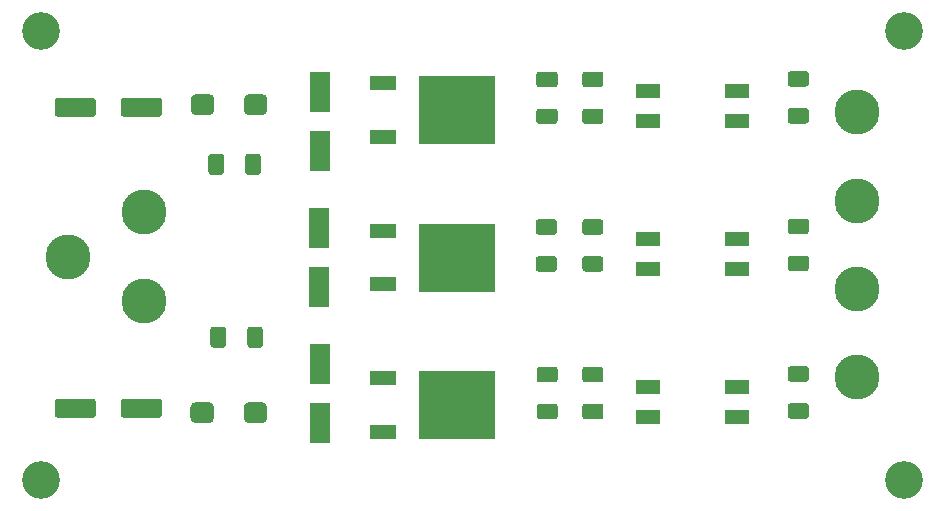
<source format=gbr>
%TF.GenerationSoftware,KiCad,Pcbnew,(5.1.8-0-10_14)*%
%TF.CreationDate,2022-04-27T14:31:31-05:00*%
%TF.ProjectId,PowerBoard,506f7765-7242-46f6-9172-642e6b696361,rev?*%
%TF.SameCoordinates,Original*%
%TF.FileFunction,Soldermask,Top*%
%TF.FilePolarity,Negative*%
%FSLAX46Y46*%
G04 Gerber Fmt 4.6, Leading zero omitted, Abs format (unit mm)*
G04 Created by KiCad (PCBNEW (5.1.8-0-10_14)) date 2022-04-27 14:31:31*
%MOMM*%
%LPD*%
G01*
G04 APERTURE LIST*
%ADD10C,3.800000*%
%ADD11C,3.200000*%
%ADD12R,6.400000X5.800000*%
%ADD13R,2.200000X1.200000*%
%ADD14R,2.000000X1.200000*%
%ADD15R,1.800000X3.500000*%
G04 APERTURE END LIST*
D10*
%TO.C,+15*%
X116408200Y-71992066D03*
%TD*%
D11*
%TO.C,H4*%
X47365800Y-95627400D03*
%TD*%
%TO.C,H3*%
X120365800Y-57627400D03*
%TD*%
%TO.C,H2*%
X120365800Y-95627400D03*
%TD*%
%TO.C,H1*%
X47365800Y-57627400D03*
%TD*%
D10*
%TO.C,GNDA*%
X116408200Y-79468132D03*
%TD*%
%TO.C,GND*%
X49580800Y-76720700D03*
%TD*%
%TO.C,-17*%
X56032400Y-80492600D03*
%TD*%
%TO.C,-15*%
X116408200Y-86944200D03*
%TD*%
%TO.C,+17*%
X56032400Y-72948800D03*
%TD*%
%TO.C,+9*%
X116408200Y-64516000D03*
%TD*%
%TO.C,L5*%
G36*
G01*
X64481200Y-90391400D02*
X64481200Y-89491400D01*
G75*
G02*
X64931200Y-89041400I450000J0D01*
G01*
X66031200Y-89041400D01*
G75*
G02*
X66481200Y-89491400I0J-450000D01*
G01*
X66481200Y-90391400D01*
G75*
G02*
X66031200Y-90841400I-450000J0D01*
G01*
X64931200Y-90841400D01*
G75*
G02*
X64481200Y-90391400I0J450000D01*
G01*
G37*
G36*
G01*
X59981200Y-90391400D02*
X59981200Y-89491400D01*
G75*
G02*
X60431200Y-89041400I450000J0D01*
G01*
X61531200Y-89041400D01*
G75*
G02*
X61981200Y-89491400I0J-450000D01*
G01*
X61981200Y-90391400D01*
G75*
G02*
X61531200Y-90841400I-450000J0D01*
G01*
X60431200Y-90841400D01*
G75*
G02*
X59981200Y-90391400I0J450000D01*
G01*
G37*
%TD*%
%TO.C,L4*%
G36*
G01*
X64506600Y-64305600D02*
X64506600Y-63405600D01*
G75*
G02*
X64956600Y-62955600I450000J0D01*
G01*
X66056600Y-62955600D01*
G75*
G02*
X66506600Y-63405600I0J-450000D01*
G01*
X66506600Y-64305600D01*
G75*
G02*
X66056600Y-64755600I-450000J0D01*
G01*
X64956600Y-64755600D01*
G75*
G02*
X64506600Y-64305600I0J450000D01*
G01*
G37*
G36*
G01*
X60006600Y-64305600D02*
X60006600Y-63405600D01*
G75*
G02*
X60456600Y-62955600I450000J0D01*
G01*
X61556600Y-62955600D01*
G75*
G02*
X62006600Y-63405600I0J-450000D01*
G01*
X62006600Y-64305600D01*
G75*
G02*
X61556600Y-64755600I-450000J0D01*
G01*
X60456600Y-64755600D01*
G75*
G02*
X60006600Y-64305600I0J450000D01*
G01*
G37*
%TD*%
D12*
%TO.C,U3*%
X82592600Y-64303400D03*
D13*
X76292600Y-66583400D03*
X76292600Y-62023400D03*
%TD*%
D12*
%TO.C,U2*%
X82592600Y-89290400D03*
D13*
X76292600Y-91570400D03*
X76292600Y-87010400D03*
%TD*%
D12*
%TO.C,U1*%
X82592600Y-76796900D03*
D13*
X76292600Y-79076900D03*
X76292600Y-74516900D03*
%TD*%
D14*
%TO.C,L3*%
X106239000Y-62732600D03*
X106239000Y-65272600D03*
X98739000Y-65272600D03*
X98739000Y-62732600D03*
%TD*%
%TO.C,L2*%
X106239000Y-87719600D03*
X106239000Y-90259600D03*
X98739000Y-90259600D03*
X98739000Y-87719600D03*
%TD*%
%TO.C,L1*%
X106239000Y-75226100D03*
X106239000Y-77766100D03*
X98739000Y-77766100D03*
X98739000Y-75226100D03*
%TD*%
D15*
%TO.C,D3*%
X70916800Y-67803400D03*
X70916800Y-62803400D03*
%TD*%
%TO.C,D2*%
X70967600Y-85790400D03*
X70967600Y-90790400D03*
%TD*%
%TO.C,D1*%
X70840600Y-79296900D03*
X70840600Y-74296900D03*
%TD*%
%TO.C,C13*%
G36*
G01*
X110805199Y-64132600D02*
X112105201Y-64132600D01*
G75*
G02*
X112355200Y-64382599I0J-249999D01*
G01*
X112355200Y-65207601D01*
G75*
G02*
X112105201Y-65457600I-249999J0D01*
G01*
X110805199Y-65457600D01*
G75*
G02*
X110555200Y-65207601I0J249999D01*
G01*
X110555200Y-64382599D01*
G75*
G02*
X110805199Y-64132600I249999J0D01*
G01*
G37*
G36*
G01*
X110805199Y-61007600D02*
X112105201Y-61007600D01*
G75*
G02*
X112355200Y-61257599I0J-249999D01*
G01*
X112355200Y-62082601D01*
G75*
G02*
X112105201Y-62332600I-249999J0D01*
G01*
X110805199Y-62332600D01*
G75*
G02*
X110555200Y-62082601I0J249999D01*
G01*
X110555200Y-61257599D01*
G75*
G02*
X110805199Y-61007600I249999J0D01*
G01*
G37*
%TD*%
%TO.C,C12*%
G36*
G01*
X93406199Y-64183400D02*
X94706201Y-64183400D01*
G75*
G02*
X94956200Y-64433399I0J-249999D01*
G01*
X94956200Y-65258401D01*
G75*
G02*
X94706201Y-65508400I-249999J0D01*
G01*
X93406199Y-65508400D01*
G75*
G02*
X93156200Y-65258401I0J249999D01*
G01*
X93156200Y-64433399D01*
G75*
G02*
X93406199Y-64183400I249999J0D01*
G01*
G37*
G36*
G01*
X93406199Y-61058400D02*
X94706201Y-61058400D01*
G75*
G02*
X94956200Y-61308399I0J-249999D01*
G01*
X94956200Y-62133401D01*
G75*
G02*
X94706201Y-62383400I-249999J0D01*
G01*
X93406199Y-62383400D01*
G75*
G02*
X93156200Y-62133401I0J249999D01*
G01*
X93156200Y-61308399D01*
G75*
G02*
X93406199Y-61058400I249999J0D01*
G01*
G37*
%TD*%
%TO.C,C11*%
G36*
G01*
X89519999Y-64183400D02*
X90820001Y-64183400D01*
G75*
G02*
X91070000Y-64433399I0J-249999D01*
G01*
X91070000Y-65258401D01*
G75*
G02*
X90820001Y-65508400I-249999J0D01*
G01*
X89519999Y-65508400D01*
G75*
G02*
X89270000Y-65258401I0J249999D01*
G01*
X89270000Y-64433399D01*
G75*
G02*
X89519999Y-64183400I249999J0D01*
G01*
G37*
G36*
G01*
X89519999Y-61058400D02*
X90820001Y-61058400D01*
G75*
G02*
X91070000Y-61308399I0J-249999D01*
G01*
X91070000Y-62133401D01*
G75*
G02*
X90820001Y-62383400I-249999J0D01*
G01*
X89519999Y-62383400D01*
G75*
G02*
X89270000Y-62133401I0J249999D01*
G01*
X89270000Y-61308399D01*
G75*
G02*
X89519999Y-61058400I249999J0D01*
G01*
G37*
%TD*%
%TO.C,C10*%
G36*
G01*
X110805199Y-89119600D02*
X112105201Y-89119600D01*
G75*
G02*
X112355200Y-89369599I0J-249999D01*
G01*
X112355200Y-90194601D01*
G75*
G02*
X112105201Y-90444600I-249999J0D01*
G01*
X110805199Y-90444600D01*
G75*
G02*
X110555200Y-90194601I0J249999D01*
G01*
X110555200Y-89369599D01*
G75*
G02*
X110805199Y-89119600I249999J0D01*
G01*
G37*
G36*
G01*
X110805199Y-85994600D02*
X112105201Y-85994600D01*
G75*
G02*
X112355200Y-86244599I0J-249999D01*
G01*
X112355200Y-87069601D01*
G75*
G02*
X112105201Y-87319600I-249999J0D01*
G01*
X110805199Y-87319600D01*
G75*
G02*
X110555200Y-87069601I0J249999D01*
G01*
X110555200Y-86244599D01*
G75*
G02*
X110805199Y-85994600I249999J0D01*
G01*
G37*
%TD*%
%TO.C,C9*%
G36*
G01*
X110805199Y-76626100D02*
X112105201Y-76626100D01*
G75*
G02*
X112355200Y-76876099I0J-249999D01*
G01*
X112355200Y-77701101D01*
G75*
G02*
X112105201Y-77951100I-249999J0D01*
G01*
X110805199Y-77951100D01*
G75*
G02*
X110555200Y-77701101I0J249999D01*
G01*
X110555200Y-76876099D01*
G75*
G02*
X110805199Y-76626100I249999J0D01*
G01*
G37*
G36*
G01*
X110805199Y-73501100D02*
X112105201Y-73501100D01*
G75*
G02*
X112355200Y-73751099I0J-249999D01*
G01*
X112355200Y-74576101D01*
G75*
G02*
X112105201Y-74826100I-249999J0D01*
G01*
X110805199Y-74826100D01*
G75*
G02*
X110555200Y-74576101I0J249999D01*
G01*
X110555200Y-73751099D01*
G75*
G02*
X110805199Y-73501100I249999J0D01*
G01*
G37*
%TD*%
%TO.C,C8*%
G36*
G01*
X93406199Y-89170400D02*
X94706201Y-89170400D01*
G75*
G02*
X94956200Y-89420399I0J-249999D01*
G01*
X94956200Y-90245401D01*
G75*
G02*
X94706201Y-90495400I-249999J0D01*
G01*
X93406199Y-90495400D01*
G75*
G02*
X93156200Y-90245401I0J249999D01*
G01*
X93156200Y-89420399D01*
G75*
G02*
X93406199Y-89170400I249999J0D01*
G01*
G37*
G36*
G01*
X93406199Y-86045400D02*
X94706201Y-86045400D01*
G75*
G02*
X94956200Y-86295399I0J-249999D01*
G01*
X94956200Y-87120401D01*
G75*
G02*
X94706201Y-87370400I-249999J0D01*
G01*
X93406199Y-87370400D01*
G75*
G02*
X93156200Y-87120401I0J249999D01*
G01*
X93156200Y-86295399D01*
G75*
G02*
X93406199Y-86045400I249999J0D01*
G01*
G37*
%TD*%
%TO.C,C7*%
G36*
G01*
X89469199Y-76676900D02*
X90769201Y-76676900D01*
G75*
G02*
X91019200Y-76926899I0J-249999D01*
G01*
X91019200Y-77751901D01*
G75*
G02*
X90769201Y-78001900I-249999J0D01*
G01*
X89469199Y-78001900D01*
G75*
G02*
X89219200Y-77751901I0J249999D01*
G01*
X89219200Y-76926899D01*
G75*
G02*
X89469199Y-76676900I249999J0D01*
G01*
G37*
G36*
G01*
X89469199Y-73551900D02*
X90769201Y-73551900D01*
G75*
G02*
X91019200Y-73801899I0J-249999D01*
G01*
X91019200Y-74626901D01*
G75*
G02*
X90769201Y-74876900I-249999J0D01*
G01*
X89469199Y-74876900D01*
G75*
G02*
X89219200Y-74626901I0J249999D01*
G01*
X89219200Y-73801899D01*
G75*
G02*
X89469199Y-73551900I249999J0D01*
G01*
G37*
%TD*%
%TO.C,C6*%
G36*
G01*
X89545399Y-89170400D02*
X90845401Y-89170400D01*
G75*
G02*
X91095400Y-89420399I0J-249999D01*
G01*
X91095400Y-90245401D01*
G75*
G02*
X90845401Y-90495400I-249999J0D01*
G01*
X89545399Y-90495400D01*
G75*
G02*
X89295400Y-90245401I0J249999D01*
G01*
X89295400Y-89420399D01*
G75*
G02*
X89545399Y-89170400I249999J0D01*
G01*
G37*
G36*
G01*
X89545399Y-86045400D02*
X90845401Y-86045400D01*
G75*
G02*
X91095400Y-86295399I0J-249999D01*
G01*
X91095400Y-87120401D01*
G75*
G02*
X90845401Y-87370400I-249999J0D01*
G01*
X89545399Y-87370400D01*
G75*
G02*
X89295400Y-87120401I0J249999D01*
G01*
X89295400Y-86295399D01*
G75*
G02*
X89545399Y-86045400I249999J0D01*
G01*
G37*
%TD*%
%TO.C,C5*%
G36*
G01*
X93406199Y-76676900D02*
X94706201Y-76676900D01*
G75*
G02*
X94956200Y-76926899I0J-249999D01*
G01*
X94956200Y-77751901D01*
G75*
G02*
X94706201Y-78001900I-249999J0D01*
G01*
X93406199Y-78001900D01*
G75*
G02*
X93156200Y-77751901I0J249999D01*
G01*
X93156200Y-76926899D01*
G75*
G02*
X93406199Y-76676900I249999J0D01*
G01*
G37*
G36*
G01*
X93406199Y-73551900D02*
X94706201Y-73551900D01*
G75*
G02*
X94956200Y-73801899I0J-249999D01*
G01*
X94956200Y-74626901D01*
G75*
G02*
X94706201Y-74876900I-249999J0D01*
G01*
X93406199Y-74876900D01*
G75*
G02*
X93156200Y-74626901I0J249999D01*
G01*
X93156200Y-73801899D01*
G75*
G02*
X93406199Y-73551900I249999J0D01*
G01*
G37*
%TD*%
%TO.C,C4*%
G36*
G01*
X64794100Y-84190601D02*
X64794100Y-82890599D01*
G75*
G02*
X65044099Y-82640600I249999J0D01*
G01*
X65869101Y-82640600D01*
G75*
G02*
X66119100Y-82890599I0J-249999D01*
G01*
X66119100Y-84190601D01*
G75*
G02*
X65869101Y-84440600I-249999J0D01*
G01*
X65044099Y-84440600D01*
G75*
G02*
X64794100Y-84190601I0J249999D01*
G01*
G37*
G36*
G01*
X61669100Y-84190601D02*
X61669100Y-82890599D01*
G75*
G02*
X61919099Y-82640600I249999J0D01*
G01*
X62744101Y-82640600D01*
G75*
G02*
X62994100Y-82890599I0J-249999D01*
G01*
X62994100Y-84190601D01*
G75*
G02*
X62744101Y-84440600I-249999J0D01*
G01*
X61919099Y-84440600D01*
G75*
G02*
X61669100Y-84190601I0J249999D01*
G01*
G37*
%TD*%
%TO.C,C3*%
G36*
G01*
X62828600Y-68260199D02*
X62828600Y-69560201D01*
G75*
G02*
X62578601Y-69810200I-249999J0D01*
G01*
X61753599Y-69810200D01*
G75*
G02*
X61503600Y-69560201I0J249999D01*
G01*
X61503600Y-68260199D01*
G75*
G02*
X61753599Y-68010200I249999J0D01*
G01*
X62578601Y-68010200D01*
G75*
G02*
X62828600Y-68260199I0J-249999D01*
G01*
G37*
G36*
G01*
X65953600Y-68260199D02*
X65953600Y-69560201D01*
G75*
G02*
X65703601Y-69810200I-249999J0D01*
G01*
X64878599Y-69810200D01*
G75*
G02*
X64628600Y-69560201I0J249999D01*
G01*
X64628600Y-68260199D01*
G75*
G02*
X64878599Y-68010200I249999J0D01*
G01*
X65703601Y-68010200D01*
G75*
G02*
X65953600Y-68260199I0J-249999D01*
G01*
G37*
%TD*%
%TO.C,C2*%
G36*
G01*
X54085200Y-90110400D02*
X54085200Y-89010400D01*
G75*
G02*
X54335200Y-88760400I250000J0D01*
G01*
X57335200Y-88760400D01*
G75*
G02*
X57585200Y-89010400I0J-250000D01*
G01*
X57585200Y-90110400D01*
G75*
G02*
X57335200Y-90360400I-250000J0D01*
G01*
X54335200Y-90360400D01*
G75*
G02*
X54085200Y-90110400I0J250000D01*
G01*
G37*
G36*
G01*
X48485200Y-90110400D02*
X48485200Y-89010400D01*
G75*
G02*
X48735200Y-88760400I250000J0D01*
G01*
X51735200Y-88760400D01*
G75*
G02*
X51985200Y-89010400I0J-250000D01*
G01*
X51985200Y-90110400D01*
G75*
G02*
X51735200Y-90360400I-250000J0D01*
G01*
X48735200Y-90360400D01*
G75*
G02*
X48485200Y-90110400I0J250000D01*
G01*
G37*
%TD*%
%TO.C,C1*%
G36*
G01*
X51985200Y-63534200D02*
X51985200Y-64634200D01*
G75*
G02*
X51735200Y-64884200I-250000J0D01*
G01*
X48735200Y-64884200D01*
G75*
G02*
X48485200Y-64634200I0J250000D01*
G01*
X48485200Y-63534200D01*
G75*
G02*
X48735200Y-63284200I250000J0D01*
G01*
X51735200Y-63284200D01*
G75*
G02*
X51985200Y-63534200I0J-250000D01*
G01*
G37*
G36*
G01*
X57585200Y-63534200D02*
X57585200Y-64634200D01*
G75*
G02*
X57335200Y-64884200I-250000J0D01*
G01*
X54335200Y-64884200D01*
G75*
G02*
X54085200Y-64634200I0J250000D01*
G01*
X54085200Y-63534200D01*
G75*
G02*
X54335200Y-63284200I250000J0D01*
G01*
X57335200Y-63284200D01*
G75*
G02*
X57585200Y-63534200I0J-250000D01*
G01*
G37*
%TD*%
M02*

</source>
